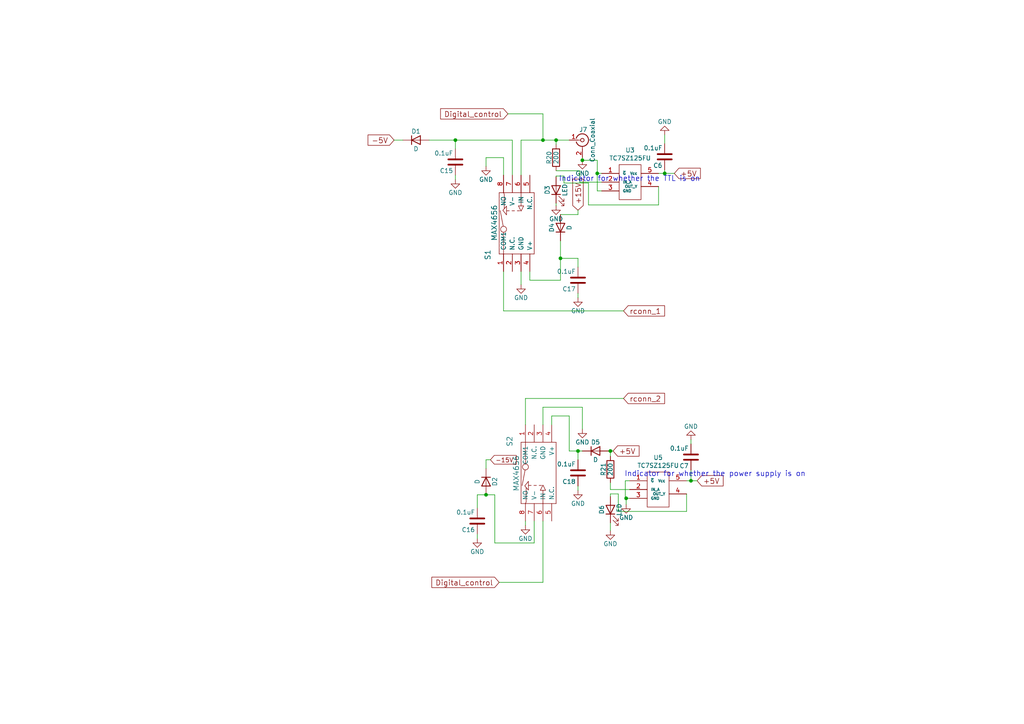
<source format=kicad_sch>
(kicad_sch (version 20230121) (generator eeschema)

  (uuid d551a45c-b35d-488c-b66f-ef87d6d2aed9)

  (paper "A4")

  (title_block
    (title "Control")
  )

  (lib_symbols
    (symbol "Device:C" (pin_numbers hide) (pin_names (offset 0.254)) (in_bom yes) (on_board yes)
      (property "Reference" "C" (at 0.635 2.54 0)
        (effects (font (size 1.27 1.27)) (justify left))
      )
      (property "Value" "C" (at 0.635 -2.54 0)
        (effects (font (size 1.27 1.27)) (justify left))
      )
      (property "Footprint" "" (at 0.9652 -3.81 0)
        (effects (font (size 1.27 1.27)) hide)
      )
      (property "Datasheet" "~" (at 0 0 0)
        (effects (font (size 1.27 1.27)) hide)
      )
      (property "ki_keywords" "cap capacitor" (at 0 0 0)
        (effects (font (size 1.27 1.27)) hide)
      )
      (property "ki_description" "Unpolarized capacitor" (at 0 0 0)
        (effects (font (size 1.27 1.27)) hide)
      )
      (property "ki_fp_filters" "C_*" (at 0 0 0)
        (effects (font (size 1.27 1.27)) hide)
      )
      (symbol "C_0_1"
        (polyline
          (pts
            (xy -2.032 -0.762)
            (xy 2.032 -0.762)
          )
          (stroke (width 0.508) (type default))
          (fill (type none))
        )
        (polyline
          (pts
            (xy -2.032 0.762)
            (xy 2.032 0.762)
          )
          (stroke (width 0.508) (type default))
          (fill (type none))
        )
      )
      (symbol "C_1_1"
        (pin passive line (at 0 3.81 270) (length 2.794)
          (name "~" (effects (font (size 1.27 1.27))))
          (number "1" (effects (font (size 1.27 1.27))))
        )
        (pin passive line (at 0 -3.81 90) (length 2.794)
          (name "~" (effects (font (size 1.27 1.27))))
          (number "2" (effects (font (size 1.27 1.27))))
        )
      )
    )
    (symbol "Device:D" (pin_numbers hide) (pin_names (offset 1.016) hide) (in_bom yes) (on_board yes)
      (property "Reference" "D" (at 0 2.54 0)
        (effects (font (size 1.27 1.27)))
      )
      (property "Value" "D" (at 0 -2.54 0)
        (effects (font (size 1.27 1.27)))
      )
      (property "Footprint" "" (at 0 0 0)
        (effects (font (size 1.27 1.27)) hide)
      )
      (property "Datasheet" "~" (at 0 0 0)
        (effects (font (size 1.27 1.27)) hide)
      )
      (property "Sim.Device" "D" (at 0 0 0)
        (effects (font (size 1.27 1.27)) hide)
      )
      (property "Sim.Pins" "1=K 2=A" (at 0 0 0)
        (effects (font (size 1.27 1.27)) hide)
      )
      (property "ki_keywords" "diode" (at 0 0 0)
        (effects (font (size 1.27 1.27)) hide)
      )
      (property "ki_description" "Diode" (at 0 0 0)
        (effects (font (size 1.27 1.27)) hide)
      )
      (property "ki_fp_filters" "TO-???* *_Diode_* *SingleDiode* D_*" (at 0 0 0)
        (effects (font (size 1.27 1.27)) hide)
      )
      (symbol "D_0_1"
        (polyline
          (pts
            (xy -1.27 1.27)
            (xy -1.27 -1.27)
          )
          (stroke (width 0.254) (type default))
          (fill (type none))
        )
        (polyline
          (pts
            (xy 1.27 0)
            (xy -1.27 0)
          )
          (stroke (width 0) (type default))
          (fill (type none))
        )
        (polyline
          (pts
            (xy 1.27 1.27)
            (xy 1.27 -1.27)
            (xy -1.27 0)
            (xy 1.27 1.27)
          )
          (stroke (width 0.254) (type default))
          (fill (type none))
        )
      )
      (symbol "D_1_1"
        (pin passive line (at -3.81 0 0) (length 2.54)
          (name "K" (effects (font (size 1.27 1.27))))
          (number "1" (effects (font (size 1.27 1.27))))
        )
        (pin passive line (at 3.81 0 180) (length 2.54)
          (name "A" (effects (font (size 1.27 1.27))))
          (number "2" (effects (font (size 1.27 1.27))))
        )
      )
    )
    (symbol "Device:LED" (pin_numbers hide) (pin_names (offset 1.016) hide) (in_bom yes) (on_board yes)
      (property "Reference" "D" (at 0 2.54 0)
        (effects (font (size 1.27 1.27)))
      )
      (property "Value" "LED" (at 0 -2.54 0)
        (effects (font (size 1.27 1.27)))
      )
      (property "Footprint" "" (at 0 0 0)
        (effects (font (size 1.27 1.27)) hide)
      )
      (property "Datasheet" "~" (at 0 0 0)
        (effects (font (size 1.27 1.27)) hide)
      )
      (property "ki_keywords" "LED diode" (at 0 0 0)
        (effects (font (size 1.27 1.27)) hide)
      )
      (property "ki_description" "Light emitting diode" (at 0 0 0)
        (effects (font (size 1.27 1.27)) hide)
      )
      (property "ki_fp_filters" "LED* LED_SMD:* LED_THT:*" (at 0 0 0)
        (effects (font (size 1.27 1.27)) hide)
      )
      (symbol "LED_0_1"
        (polyline
          (pts
            (xy -1.27 -1.27)
            (xy -1.27 1.27)
          )
          (stroke (width 0.254) (type default))
          (fill (type none))
        )
        (polyline
          (pts
            (xy -1.27 0)
            (xy 1.27 0)
          )
          (stroke (width 0) (type default))
          (fill (type none))
        )
        (polyline
          (pts
            (xy 1.27 -1.27)
            (xy 1.27 1.27)
            (xy -1.27 0)
            (xy 1.27 -1.27)
          )
          (stroke (width 0.254) (type default))
          (fill (type none))
        )
        (polyline
          (pts
            (xy -3.048 -0.762)
            (xy -4.572 -2.286)
            (xy -3.81 -2.286)
            (xy -4.572 -2.286)
            (xy -4.572 -1.524)
          )
          (stroke (width 0) (type default))
          (fill (type none))
        )
        (polyline
          (pts
            (xy -1.778 -0.762)
            (xy -3.302 -2.286)
            (xy -2.54 -2.286)
            (xy -3.302 -2.286)
            (xy -3.302 -1.524)
          )
          (stroke (width 0) (type default))
          (fill (type none))
        )
      )
      (symbol "LED_1_1"
        (pin passive line (at -3.81 0 0) (length 2.54)
          (name "K" (effects (font (size 1.27 1.27))))
          (number "1" (effects (font (size 1.27 1.27))))
        )
        (pin passive line (at 3.81 0 180) (length 2.54)
          (name "A" (effects (font (size 1.27 1.27))))
          (number "2" (effects (font (size 1.27 1.27))))
        )
      )
    )
    (symbol "Device:R" (pin_numbers hide) (pin_names (offset 0)) (in_bom yes) (on_board yes)
      (property "Reference" "R" (at 2.032 0 90)
        (effects (font (size 1.27 1.27)))
      )
      (property "Value" "R" (at 0 0 90)
        (effects (font (size 1.27 1.27)))
      )
      (property "Footprint" "" (at -1.778 0 90)
        (effects (font (size 1.27 1.27)) hide)
      )
      (property "Datasheet" "~" (at 0 0 0)
        (effects (font (size 1.27 1.27)) hide)
      )
      (property "ki_keywords" "R res resistor" (at 0 0 0)
        (effects (font (size 1.27 1.27)) hide)
      )
      (property "ki_description" "Resistor" (at 0 0 0)
        (effects (font (size 1.27 1.27)) hide)
      )
      (property "ki_fp_filters" "R_*" (at 0 0 0)
        (effects (font (size 1.27 1.27)) hide)
      )
      (symbol "R_0_1"
        (rectangle (start -1.016 -2.54) (end 1.016 2.54)
          (stroke (width 0.254) (type default))
          (fill (type none))
        )
      )
      (symbol "R_1_1"
        (pin passive line (at 0 3.81 270) (length 1.27)
          (name "~" (effects (font (size 1.27 1.27))))
          (number "1" (effects (font (size 1.27 1.27))))
        )
        (pin passive line (at 0 -3.81 90) (length 1.27)
          (name "~" (effects (font (size 1.27 1.27))))
          (number "2" (effects (font (size 1.27 1.27))))
        )
      )
    )
    (symbol "front-rescue:Conn_Coaxial-conn" (pin_names (offset 1.016) hide) (in_bom yes) (on_board yes)
      (property "Reference" "J" (at 0.254 3.048 0)
        (effects (font (size 1.27 1.27)))
      )
      (property "Value" "Conn_Coaxial-conn" (at 2.921 0 90)
        (effects (font (size 1.27 1.27)))
      )
      (property "Footprint" "" (at 0 0 0)
        (effects (font (size 1.27 1.27)) hide)
      )
      (property "Datasheet" "" (at 0 0 0)
        (effects (font (size 1.27 1.27)) hide)
      )
      (property "ki_fp_filters" "*BNC* *SMA* *SMB* *SMC* *Cinch*" (at 0 0 0)
        (effects (font (size 1.27 1.27)) hide)
      )
      (symbol "Conn_Coaxial-conn_0_1"
        (arc (start -1.778 -0.508) (mid 0.2311 -1.8066) (end 1.778 0)
          (stroke (width 0.254) (type solid))
          (fill (type none))
        )
        (polyline
          (pts
            (xy -1.27 0)
            (xy -0.508 0)
          )
          (stroke (width 0) (type solid))
          (fill (type none))
        )
        (polyline
          (pts
            (xy 0 -2.54)
            (xy 0 -1.778)
          )
          (stroke (width 0) (type solid))
          (fill (type none))
        )
        (circle (center 0 0) (radius 0.508)
          (stroke (width 0.2032) (type solid))
          (fill (type none))
        )
        (arc (start 1.778 0) (mid 0.2099 1.8101) (end -1.778 0.508)
          (stroke (width 0.254) (type solid))
          (fill (type none))
        )
      )
      (symbol "Conn_Coaxial-conn_1_1"
        (pin passive line (at -3.81 0 0) (length 2.54)
          (name "In" (effects (font (size 1.27 1.27))))
          (number "1" (effects (font (size 1.27 1.27))))
        )
        (pin passive line (at 0 -5.08 90) (length 2.54)
          (name "Ext" (effects (font (size 1.27 1.27))))
          (number "2" (effects (font (size 1.27 1.27))))
        )
      )
    )
    (symbol "front-rescue:MAX4656" (pin_names (offset 1.016)) (in_bom yes) (on_board yes)
      (property "Reference" "S" (at -9.144 8.382 0)
        (effects (font (size 1.524 1.524)))
      )
      (property "Value" "MAX4656" (at 0.127 6.477 0)
        (effects (font (size 1.524 1.524)))
      )
      (property "Footprint" "" (at -9.144 8.382 0)
        (effects (font (size 1.524 1.524)) hide)
      )
      (property "Datasheet" "" (at -9.144 8.382 0)
        (effects (font (size 1.524 1.524)) hide)
      )
      (symbol "MAX4656_0_1"
        (rectangle (start -8.89 5.08) (end -8.89 -5.08)
          (stroke (width 0) (type solid))
          (fill (type none))
        )
        (rectangle (start -8.89 5.08) (end 8.89 5.08)
          (stroke (width 0) (type solid))
          (fill (type none))
        )
        (circle (center -1.7272 3.81) (radius 0.8636)
          (stroke (width 0) (type solid))
          (fill (type none))
        )
        (polyline
          (pts
            (xy -8.89 3.81)
            (xy -2.54 3.81)
          )
          (stroke (width 0) (type solid))
          (fill (type none))
        )
        (polyline
          (pts
            (xy -2.54 3.81)
            (xy -2.54 3.81)
          )
          (stroke (width 0) (type solid))
          (fill (type none))
        )
        (polyline
          (pts
            (xy 3.6322 -0.1524)
            (xy 3.6322 -0.9144)
          )
          (stroke (width 0) (type solid))
          (fill (type none))
        )
        (polyline
          (pts
            (xy 3.6322 1.3716)
            (xy 3.6322 0.6096)
          )
          (stroke (width 0) (type solid))
          (fill (type none))
        )
        (polyline
          (pts
            (xy 3.6322 2.8956)
            (xy 3.6322 2.1336)
          )
          (stroke (width 0) (type solid))
          (fill (type none))
        )
        (polyline
          (pts
            (xy 5.0546 -1.27)
            (xy 8.8646 -1.27)
          )
          (stroke (width 0) (type solid))
          (fill (type none))
        )
        (polyline
          (pts
            (xy -0.8128 3.9116)
            (xy 3.6576 4.7752)
            (xy 3.556 4.7244)
          )
          (stroke (width 0) (type solid))
          (fill (type none))
        )
        (polyline
          (pts
            (xy 4.2672 3.6068)
            (xy 8.4328 3.6068)
            (xy 8.9154 3.81)
          )
          (stroke (width 0) (type solid))
          (fill (type none))
        )
        (polyline
          (pts
            (xy 3.7084 3.9624)
            (xy 2.4384 2.9464)
            (xy 4.9784 2.9464)
            (xy 3.7592 4.0132)
            (xy 3.7084 3.9624)
          )
          (stroke (width 0) (type solid))
          (fill (type none))
        )
        (polyline
          (pts
            (xy 5.0546 -0.508)
            (xy 3.5306 -1.27)
            (xy 5.0546 -2.032)
            (xy 5.0546 -0.508)
            (xy 5.0546 -0.762)
            (xy 5.0546 -0.508)
          )
          (stroke (width 0) (type solid))
          (fill (type none))
        )
        (rectangle (start 8.89 -5.08) (end -8.89 -5.08)
          (stroke (width 0) (type solid))
          (fill (type none))
        )
        (rectangle (start 8.89 -5.08) (end 8.89 5.08)
          (stroke (width 0) (type solid))
          (fill (type none))
        )
      )
      (symbol "MAX4656_1_1"
        (pin passive line (at -13.97 3.81 0) (length 5.08)
          (name "COM1" (effects (font (size 1.27 1.27))))
          (number "1" (effects (font (size 1.27 1.27))))
        )
        (pin passive line (at -13.97 1.27 0) (length 5.08)
          (name "N.C." (effects (font (size 1.27 1.27))))
          (number "2" (effects (font (size 1.27 1.27))))
        )
        (pin passive line (at -13.97 -1.27 0) (length 5.08)
          (name "GND" (effects (font (size 1.27 1.27))))
          (number "3" (effects (font (size 1.27 1.27))))
        )
        (pin passive line (at -13.97 -3.81 0) (length 5.08)
          (name "V+" (effects (font (size 1.27 1.27))))
          (number "4" (effects (font (size 1.27 1.27))))
        )
        (pin passive line (at 13.97 -3.81 180) (length 5.08)
          (name "N.C." (effects (font (size 1.27 1.27))))
          (number "5" (effects (font (size 1.27 1.27))))
        )
        (pin passive line (at 13.97 -1.27 180) (length 5.08)
          (name "IN" (effects (font (size 1.27 1.27))))
          (number "6" (effects (font (size 1.27 1.27))))
        )
        (pin passive line (at 13.97 1.27 180) (length 5.08)
          (name "V-" (effects (font (size 1.27 1.27))))
          (number "7" (effects (font (size 1.27 1.27))))
        )
        (pin passive line (at 13.97 3.81 180) (length 5.08)
          (name "NO" (effects (font (size 1.27 1.27))))
          (number "8" (effects (font (size 1.27 1.27))))
        )
      )
    )
    (symbol "front-rescue:TC7SZ125FU-TC7SZ125FU" (pin_names (offset 1.016)) (in_bom yes) (on_board yes)
      (property "Reference" "U" (at 0 6.35 0)
        (effects (font (size 1.27 1.27)))
      )
      (property "Value" "TC7SZ125FU-TC7SZ125FU" (at 1.27 8.89 0)
        (effects (font (size 1.27 1.27)))
      )
      (property "Footprint" "" (at 0 0 0)
        (effects (font (size 1.27 1.27)) hide)
      )
      (property "Datasheet" "" (at 0 0 0)
        (effects (font (size 1.27 1.27)) hide)
      )
      (symbol "TC7SZ125FU-TC7SZ125FU_0_1"
        (rectangle (start -2.54 5.08) (end 3.81 -5.08)
          (stroke (width 0) (type solid))
          (fill (type none))
        )
      )
      (symbol "TC7SZ125FU-TC7SZ125FU_1_1"
        (pin input line (at -7.62 2.54 0) (length 5.08)
          (name "~{G}" (effects (font (size 0.7874 0.7874))))
          (number "1" (effects (font (size 1.27 1.27))))
        )
        (pin input line (at -7.62 0 0) (length 5.08)
          (name "IN_A" (effects (font (size 0.7874 0.7874))))
          (number "2" (effects (font (size 1.27 1.27))))
        )
        (pin input line (at -7.62 -2.54 0) (length 5.08)
          (name "GND" (effects (font (size 0.7874 0.7874))))
          (number "3" (effects (font (size 1.27 1.27))))
        )
        (pin output line (at 8.89 -1.27 180) (length 5.08)
          (name "OUT_Y" (effects (font (size 0.7874 0.7874))))
          (number "4" (effects (font (size 1.27 1.27))))
        )
        (pin power_in line (at 8.89 2.54 180) (length 5.08)
          (name "Vcc" (effects (font (size 0.7874 0.7874))))
          (number "5" (effects (font (size 1.27 1.27))))
        )
      )
    )
    (symbol "power:GND" (power) (pin_names (offset 0)) (in_bom yes) (on_board yes)
      (property "Reference" "#PWR" (at 0 -6.35 0)
        (effects (font (size 1.27 1.27)) hide)
      )
      (property "Value" "GND" (at 0 -3.81 0)
        (effects (font (size 1.27 1.27)))
      )
      (property "Footprint" "" (at 0 0 0)
        (effects (font (size 1.27 1.27)) hide)
      )
      (property "Datasheet" "" (at 0 0 0)
        (effects (font (size 1.27 1.27)) hide)
      )
      (property "ki_keywords" "global power" (at 0 0 0)
        (effects (font (size 1.27 1.27)) hide)
      )
      (property "ki_description" "Power symbol creates a global label with name \"GND\" , ground" (at 0 0 0)
        (effects (font (size 1.27 1.27)) hide)
      )
      (symbol "GND_0_1"
        (polyline
          (pts
            (xy 0 0)
            (xy 0 -1.27)
            (xy 1.27 -1.27)
            (xy 0 -2.54)
            (xy -1.27 -1.27)
            (xy 0 -1.27)
          )
          (stroke (width 0) (type default))
          (fill (type none))
        )
      )
      (symbol "GND_1_1"
        (pin power_in line (at 0 0 270) (length 0) hide
          (name "GND" (effects (font (size 1.27 1.27))))
          (number "1" (effects (font (size 1.27 1.27))))
        )
      )
    )
  )

  (junction (at 181.61 144.526) (diameter 0) (color 0 0 0 0)
    (uuid 0791638b-fab6-49b4-b7dc-61710f79a3f3)
  )
  (junction (at 200.406 139.446) (diameter 0) (color 0 0 0 0)
    (uuid 275d9bf9-eb12-4b7a-8deb-b0c2accaafd9)
  )
  (junction (at 192.786 50.292) (diameter 0) (color 0 0 0 0)
    (uuid 4f5f1068-a198-4369-bdfb-67f02f7b82df)
  )
  (junction (at 162.56 74.93) (diameter 0) (color 0 0 0 0)
    (uuid 5178038a-056f-41ac-a7a3-ed00234d1963)
  )
  (junction (at 168.91 46.482) (diameter 0) (color 0 0 0 0)
    (uuid 675f625a-895c-4093-8626-5f72da20fef4)
  )
  (junction (at 157.48 40.64) (diameter 0) (color 0 0 0 0)
    (uuid 6f9fa88a-6432-4902-bf6d-37ff88930133)
  )
  (junction (at 140.97 143.51) (diameter 0) (color 0 0 0 0)
    (uuid 780c6fc2-221a-4722-9b1b-7ce86ce1ae87)
  )
  (junction (at 161.29 40.64) (diameter 0) (color 0 0 0 0)
    (uuid 7da200c1-6c6d-43c3-971f-40a108c7071f)
  )
  (junction (at 177.038 130.81) (diameter 0) (color 0 0 0 0)
    (uuid 88cfc8f5-4a02-4a73-a858-b9a406f9a0f7)
  )
  (junction (at 173.228 50.292) (diameter 0) (color 0 0 0 0)
    (uuid bc41b705-420b-4415-ba08-36ef97df0f9b)
  )
  (junction (at 167.64 130.81) (diameter 0) (color 0 0 0 0)
    (uuid bc99804e-32db-4799-b516-a1da3eb7f427)
  )
  (junction (at 132.08 40.64) (diameter 0) (color 0 0 0 0)
    (uuid eaeffcea-6495-4118-af78-47b9f16e0587)
  )

  (wire (pts (xy 132.08 43.18) (xy 132.08 40.64))
    (stroke (width 0) (type default))
    (uuid 029aada6-dffd-4695-bf04-5b0b8fe7ec7c)
  )
  (wire (pts (xy 167.64 130.81) (xy 167.64 133.35))
    (stroke (width 0) (type default))
    (uuid 04ec9683-00a2-4138-822d-19a123c27743)
  )
  (wire (pts (xy 191.008 59.436) (xy 170.688 59.436))
    (stroke (width 0) (type default))
    (uuid 0d2fdf92-5852-4f0a-99f6-09420bb043a9)
  )
  (wire (pts (xy 157.48 33.02) (xy 157.48 40.64))
    (stroke (width 0) (type default))
    (uuid 12ee767d-f5cf-42d4-8428-2bd990139c2a)
  )
  (wire (pts (xy 157.48 123.19) (xy 157.48 118.11))
    (stroke (width 0) (type default))
    (uuid 1537412e-0490-49bd-a2fb-262d3129f453)
  )
  (wire (pts (xy 161.29 41.91) (xy 161.29 40.64))
    (stroke (width 0) (type default))
    (uuid 18818d2e-87cb-46dc-8fd1-00c3f1e09487)
  )
  (wire (pts (xy 199.136 143.256) (xy 199.136 148.336))
    (stroke (width 0) (type default))
    (uuid 198929e7-d79c-437e-b134-64e87cb463d0)
  )
  (wire (pts (xy 173.228 50.292) (xy 174.498 50.292))
    (stroke (width 0) (type default))
    (uuid 1abf0ca3-6228-454a-805b-9b6faf55ba33)
  )
  (wire (pts (xy 161.29 49.53) (xy 168.148 49.53))
    (stroke (width 0) (type default))
    (uuid 1b17692d-f900-4179-9416-0d38b78d6df6)
  )
  (wire (pts (xy 161.29 40.64) (xy 165.1 40.64))
    (stroke (width 0) (type default))
    (uuid 1ea15aee-3b05-48e4-8e67-dfcb40b8b43b)
  )
  (wire (pts (xy 160.02 123.19) (xy 160.02 120.65))
    (stroke (width 0) (type default))
    (uuid 21f30508-fa42-4ac8-b288-a1631a89fff7)
  )
  (wire (pts (xy 160.02 120.65) (xy 165.1 120.65))
    (stroke (width 0) (type default))
    (uuid 22928428-1509-4f5d-8a8b-82941cae2fa8)
  )
  (wire (pts (xy 148.59 40.64) (xy 148.59 50.8))
    (stroke (width 0) (type default))
    (uuid 260d6d4d-43e0-4388-be5f-8183dbdf7dd9)
  )
  (wire (pts (xy 191.008 50.292) (xy 192.786 50.292))
    (stroke (width 0) (type default))
    (uuid 2a0cc47b-be57-46c5-83ce-50152edd93f5)
  )
  (wire (pts (xy 182.626 144.526) (xy 181.61 144.526))
    (stroke (width 0) (type default))
    (uuid 2f81dc6d-830a-4969-8965-40c0a984a345)
  )
  (wire (pts (xy 170.688 59.436) (xy 170.688 53.086))
    (stroke (width 0) (type default))
    (uuid 30d9e889-ecb3-48cc-a9c4-1d3120d58dbc)
  )
  (wire (pts (xy 132.08 50.8) (xy 132.08 52.07))
    (stroke (width 0) (type default))
    (uuid 31c95fed-9d02-4530-9cd9-4c377f077305)
  )
  (wire (pts (xy 170.688 53.086) (xy 163.576 53.086))
    (stroke (width 0) (type default))
    (uuid 31cf4395-73be-4d0b-8554-f799e31dc72d)
  )
  (wire (pts (xy 199.136 148.336) (xy 179.324 148.336))
    (stroke (width 0) (type default))
    (uuid 36d41eb1-992e-448b-89fc-b05f0bd339b1)
  )
  (wire (pts (xy 200.406 128.778) (xy 200.406 127.508))
    (stroke (width 0) (type default))
    (uuid 3be604d1-6827-41f3-a5c6-45581c08ec1f)
  )
  (wire (pts (xy 151.13 78.74) (xy 151.13 82.55))
    (stroke (width 0) (type default))
    (uuid 3c995d49-d147-4a98-9fe3-0ee3768124a3)
  )
  (wire (pts (xy 152.4 115.57) (xy 180.848 115.57))
    (stroke (width 0) (type default))
    (uuid 3d76fef7-a505-4abb-9701-667cbe72f661)
  )
  (wire (pts (xy 192.786 41.656) (xy 192.786 39.116))
    (stroke (width 0) (type default))
    (uuid 42510cd9-bed5-44d7-83d7-c39402574608)
  )
  (wire (pts (xy 181.61 146.304) (xy 181.61 144.526))
    (stroke (width 0) (type default))
    (uuid 45d0096b-6f02-4ee0-893f-e0cf49a73b2d)
  )
  (wire (pts (xy 174.498 55.372) (xy 173.228 55.372))
    (stroke (width 0) (type default))
    (uuid 487cd1fe-01a8-44b4-aaa1-157ae639ae51)
  )
  (wire (pts (xy 179.324 143.256) (xy 177.038 143.256))
    (stroke (width 0) (type default))
    (uuid 4c24c095-9881-4ef5-8a46-60958ae9b8e5)
  )
  (wire (pts (xy 168.148 49.53) (xy 168.148 52.832))
    (stroke (width 0) (type default))
    (uuid 4d2c8470-cdf0-42f9-becb-5f2e93b89727)
  )
  (wire (pts (xy 163.576 53.086) (xy 163.576 51.054))
    (stroke (width 0) (type default))
    (uuid 4d93fb90-db18-4283-b66c-7796b3c860a5)
  )
  (wire (pts (xy 162.56 74.93) (xy 162.56 69.85))
    (stroke (width 0) (type default))
    (uuid 4e38dbd0-4011-4b4c-b80b-859d28d7772e)
  )
  (wire (pts (xy 200.406 139.446) (xy 202.184 139.446))
    (stroke (width 0) (type default))
    (uuid 51089c09-edf2-4b5b-8a78-e09b232dacdb)
  )
  (wire (pts (xy 116.84 40.64) (xy 114.3 40.64))
    (stroke (width 0) (type default))
    (uuid 537ca60c-2ec6-48fe-bbb6-b585f9d9c898)
  )
  (wire (pts (xy 165.1 120.65) (xy 165.1 130.81))
    (stroke (width 0) (type default))
    (uuid 54d474b0-c4cb-4337-89ad-6bf8ea8aca93)
  )
  (wire (pts (xy 152.4 123.19) (xy 152.4 115.57))
    (stroke (width 0) (type default))
    (uuid 550937b6-7c41-4838-b249-d6d5f7846682)
  )
  (wire (pts (xy 147.32 33.02) (xy 157.48 33.02))
    (stroke (width 0) (type default))
    (uuid 5b4a1de6-8d71-4fae-ae12-9fe3b5221baa)
  )
  (wire (pts (xy 153.67 81.28) (xy 162.56 81.28))
    (stroke (width 0) (type default))
    (uuid 5b8cd333-bb47-48ff-a1bd-3a67361796d2)
  )
  (wire (pts (xy 140.97 45.72) (xy 140.97 48.26))
    (stroke (width 0) (type default))
    (uuid 5d860395-15d8-4781-ba52-850185f74a50)
  )
  (wire (pts (xy 177.038 143.256) (xy 177.038 144.018))
    (stroke (width 0) (type default))
    (uuid 5fe8acc0-fc43-4135-8b05-8ee6191885ca)
  )
  (wire (pts (xy 140.97 143.51) (xy 138.43 143.51))
    (stroke (width 0) (type default))
    (uuid 66bab6af-7127-4f8e-975e-97965f7e0ef6)
  )
  (wire (pts (xy 161.29 58.928) (xy 161.29 59.69))
    (stroke (width 0) (type default))
    (uuid 67c25014-7eb7-434e-a18a-2157e1607e97)
  )
  (wire (pts (xy 154.94 151.13) (xy 154.94 157.48))
    (stroke (width 0) (type default))
    (uuid 69915767-1e85-4562-a247-e3b6d84ec226)
  )
  (wire (pts (xy 157.48 40.64) (xy 161.29 40.64))
    (stroke (width 0) (type default))
    (uuid 6a0b8ec9-cab3-4e62-a8c5-89cbccde2c72)
  )
  (wire (pts (xy 192.786 50.292) (xy 192.786 49.276))
    (stroke (width 0) (type default))
    (uuid 6a1d08f3-912c-42d8-ac09-73453c810906)
  )
  (wire (pts (xy 167.64 140.97) (xy 167.64 142.24))
    (stroke (width 0) (type default))
    (uuid 6b072a54-b083-45aa-9446-53c7c8093770)
  )
  (wire (pts (xy 181.61 144.526) (xy 181.356 144.526))
    (stroke (width 0) (type default))
    (uuid 7622aa9c-25e7-4b18-8e52-3686e085d801)
  )
  (wire (pts (xy 162.56 74.93) (xy 167.64 74.93))
    (stroke (width 0) (type default))
    (uuid 78280796-cff0-48ee-8527-c80d530cffdc)
  )
  (wire (pts (xy 154.94 157.48) (xy 143.51 157.48))
    (stroke (width 0) (type default))
    (uuid 78433e7b-b150-42ee-872d-594c94267f7a)
  )
  (wire (pts (xy 192.786 50.292) (xy 195.58 50.292))
    (stroke (width 0) (type default))
    (uuid 79caf2f5-bf4f-4d2d-b811-3b89afe968de)
  )
  (wire (pts (xy 138.43 143.51) (xy 138.43 147.32))
    (stroke (width 0) (type default))
    (uuid 7b1f7165-49a0-440b-aa4c-da0eb748018c)
  )
  (wire (pts (xy 173.228 46.482) (xy 168.91 46.482))
    (stroke (width 0) (type default))
    (uuid 7da7ec66-04fe-4b1f-b198-1eb7ee798f33)
  )
  (wire (pts (xy 177.8 130.81) (xy 177.038 130.81))
    (stroke (width 0) (type default))
    (uuid 86a3dbe3-3a9e-4c2f-9f06-0b0cb10b495f)
  )
  (wire (pts (xy 168.91 46.482) (xy 168.91 45.72))
    (stroke (width 0) (type default))
    (uuid 88ef99f2-7d8b-4818-afa9-4a2b68a40b6b)
  )
  (wire (pts (xy 200.406 136.398) (xy 200.406 139.446))
    (stroke (width 0) (type default))
    (uuid 8bb1bb9c-0f86-4a38-ae6b-1c37b94a3559)
  )
  (wire (pts (xy 163.576 51.054) (xy 161.29 51.054))
    (stroke (width 0) (type default))
    (uuid 8c23044d-2dc5-48aa-918c-7327a67acd88)
  )
  (wire (pts (xy 173.228 55.372) (xy 173.228 50.292))
    (stroke (width 0) (type default))
    (uuid 8cb891b9-4f24-460f-995f-f525a59841c1)
  )
  (wire (pts (xy 143.51 143.51) (xy 140.97 143.51))
    (stroke (width 0) (type default))
    (uuid 8d11b66a-2fbe-4bd9-95dc-5e087ce696cb)
  )
  (wire (pts (xy 191.008 54.102) (xy 191.008 59.436))
    (stroke (width 0) (type default))
    (uuid 8e37f001-0a98-4fac-b85d-5aa437a3739d)
  )
  (wire (pts (xy 177.038 153.924) (xy 177.038 151.638))
    (stroke (width 0) (type default))
    (uuid 911b661e-049a-4600-8c4f-7fb22fabd26f)
  )
  (wire (pts (xy 165.1 130.81) (xy 167.64 130.81))
    (stroke (width 0) (type default))
    (uuid 915f2013-1417-4cc7-ae78-3f97a6f87ce9)
  )
  (wire (pts (xy 167.64 74.93) (xy 167.64 77.47))
    (stroke (width 0) (type default))
    (uuid 919b57b6-9ffa-4487-9f65-50c889647eb0)
  )
  (wire (pts (xy 168.91 118.11) (xy 168.91 124.46))
    (stroke (width 0) (type default))
    (uuid 91c62890-cef0-45c0-b5a0-21139a14741f)
  )
  (wire (pts (xy 152.4 151.13) (xy 152.4 152.4))
    (stroke (width 0) (type default))
    (uuid 94c803a0-5489-4550-b942-95e41a06a318)
  )
  (wire (pts (xy 132.08 40.64) (xy 148.59 40.64))
    (stroke (width 0) (type default))
    (uuid 9f106b88-a536-431e-ab50-9d1432b20cb5)
  )
  (wire (pts (xy 157.48 168.91) (xy 157.48 151.13))
    (stroke (width 0) (type default))
    (uuid 9f70e36c-1c0f-4e79-8a3b-a94192e74c29)
  )
  (wire (pts (xy 146.05 90.17) (xy 180.848 90.17))
    (stroke (width 0) (type default))
    (uuid a1cdec32-3b9a-4607-bc72-7499eb62e335)
  )
  (wire (pts (xy 177.038 132.334) (xy 177.038 130.81))
    (stroke (width 0) (type default))
    (uuid a67f89c1-7f87-4a2a-8a12-dc6cbb7b9295)
  )
  (wire (pts (xy 167.64 62.23) (xy 167.64 60.96))
    (stroke (width 0) (type default))
    (uuid a6e2f882-0cb9-4c5b-bbf5-3e9995bfb818)
  )
  (wire (pts (xy 173.228 50.292) (xy 173.228 46.482))
    (stroke (width 0) (type default))
    (uuid ab24f3e2-7948-475f-8b1f-d43eb8fe5843)
  )
  (wire (pts (xy 153.67 78.74) (xy 153.67 81.28))
    (stroke (width 0) (type default))
    (uuid ae0dd848-761d-489d-80fc-4065cc35756f)
  )
  (wire (pts (xy 146.05 50.8) (xy 146.05 45.72))
    (stroke (width 0) (type default))
    (uuid b211c84e-91cf-459b-8dd9-3f3ce69165dd)
  )
  (wire (pts (xy 151.13 40.64) (xy 157.48 40.64))
    (stroke (width 0) (type default))
    (uuid b43a4654-c730-4f6d-9b08-22b0851273d2)
  )
  (wire (pts (xy 146.05 78.74) (xy 146.05 90.17))
    (stroke (width 0) (type default))
    (uuid b726f8e0-0d4a-48fb-b5e6-0a79ff0aac2f)
  )
  (wire (pts (xy 177.038 130.81) (xy 176.53 130.81))
    (stroke (width 0) (type default))
    (uuid bdd917bf-b335-47ac-95ab-6142fb40d079)
  )
  (wire (pts (xy 162.56 62.23) (xy 167.64 62.23))
    (stroke (width 0) (type default))
    (uuid be6a65be-e0ff-4dcc-86a1-3ff7f5f68881)
  )
  (wire (pts (xy 177.038 141.986) (xy 182.626 141.986))
    (stroke (width 0) (type default))
    (uuid bf5ed1da-fc63-4043-8229-1ed6f238a40b)
  )
  (wire (pts (xy 144.78 168.91) (xy 157.48 168.91))
    (stroke (width 0) (type default))
    (uuid c24eb1c9-da32-436c-9a28-6b0fc1dba973)
  )
  (wire (pts (xy 140.97 133.35) (xy 140.97 135.89))
    (stroke (width 0) (type default))
    (uuid c3106af3-dff2-4877-984a-8f8928d97b09)
  )
  (wire (pts (xy 138.43 154.94) (xy 138.43 156.21))
    (stroke (width 0) (type default))
    (uuid c4875e1e-ebae-4c17-b77b-4605cc24b49c)
  )
  (wire (pts (xy 168.148 52.832) (xy 174.498 52.832))
    (stroke (width 0) (type default))
    (uuid c4949245-2115-48af-964f-c1ea7d56fc14)
  )
  (wire (pts (xy 199.136 139.446) (xy 200.406 139.446))
    (stroke (width 0) (type default))
    (uuid c8f122b2-1192-4c92-92e6-9ebf5df7baf9)
  )
  (wire (pts (xy 181.356 139.446) (xy 182.626 139.446))
    (stroke (width 0) (type default))
    (uuid cc5d51f5-b38b-4010-b20a-284783856dd5)
  )
  (wire (pts (xy 151.13 40.64) (xy 151.13 50.8))
    (stroke (width 0) (type default))
    (uuid cf083b23-6fba-4f47-9e9a-d55e08b188f1)
  )
  (wire (pts (xy 157.48 118.11) (xy 168.91 118.11))
    (stroke (width 0) (type default))
    (uuid d24a75ca-5e17-4621-8c39-f330504e04aa)
  )
  (wire (pts (xy 143.51 157.48) (xy 143.51 143.51))
    (stroke (width 0) (type default))
    (uuid d5159611-32d9-47c2-aa3f-f2e1053531b2)
  )
  (wire (pts (xy 167.64 130.81) (xy 168.91 130.81))
    (stroke (width 0) (type default))
    (uuid d9537eaf-8e5a-4e84-a350-31d0ae6028e4)
  )
  (wire (pts (xy 177.038 139.954) (xy 177.038 141.986))
    (stroke (width 0) (type default))
    (uuid dd17dc50-f8ac-46fb-a392-ba70e342c4ac)
  )
  (wire (pts (xy 181.356 144.526) (xy 181.356 139.446))
    (stroke (width 0) (type default))
    (uuid dd5e0ae5-c8e0-44ad-bf85-e21b3a0a72a3)
  )
  (wire (pts (xy 124.46 40.64) (xy 132.08 40.64))
    (stroke (width 0) (type default))
    (uuid de3ca83b-3dd9-4b2e-b16d-2a558f5ab5d9)
  )
  (wire (pts (xy 161.29 51.054) (xy 161.29 51.308))
    (stroke (width 0) (type default))
    (uuid e34dbae9-d0f7-4e4a-bcda-1e2cabf59eec)
  )
  (wire (pts (xy 146.05 45.72) (xy 140.97 45.72))
    (stroke (width 0) (type default))
    (uuid e72886b0-7034-49bf-8ee9-adb0f318241b)
  )
  (wire (pts (xy 162.56 81.28) (xy 162.56 74.93))
    (stroke (width 0) (type default))
    (uuid ed0d7d1e-ab77-48cd-b95b-b23bee553f0f)
  )
  (wire (pts (xy 142.24 133.35) (xy 140.97 133.35))
    (stroke (width 0) (type default))
    (uuid f1e35576-08a3-4f7b-a8ac-5e2ea43ad4c9)
  )
  (wire (pts (xy 179.324 148.336) (xy 179.324 143.256))
    (stroke (width 0) (type default))
    (uuid fa0deb67-9b73-4cdb-9e1f-f84a6bc94504)
  )
  (wire (pts (xy 167.64 85.09) (xy 167.64 86.36))
    (stroke (width 0) (type default))
    (uuid fa93b06b-4d54-46e1-a371-86513571a53f)
  )

  (text "Indicator for whether the TTL is on" (at 162.052 52.832 0)
    (effects (font (size 1.524 1.524)) (justify left bottom))
    (uuid 48b93f54-a4c1-4585-9fa3-b367252c6d68)
  )
  (text "Indicator for whether the power supply is on" (at 181.102 138.43 0)
    (effects (font (size 1.524 1.524)) (justify left bottom))
    (uuid d9235d6c-4605-45de-bde1-9a57df75b8c2)
  )

  (global_label "rconn_1" (shape input) (at 180.848 90.17 0)
    (effects (font (size 1.524 1.524)) (justify left))
    (uuid 09309609-1bbb-4531-bcf7-ea7deaa3d515)
    (property "Intersheetrefs" "${INTERSHEET_REFS}" (at 180.848 90.17 0)
      (effects (font (size 1.27 1.27)) hide)
    )
  )
  (global_label "Digital_control" (shape input) (at 144.78 168.91 180)
    (effects (font (size 1.524 1.524)) (justify right))
    (uuid 14490640-dc67-4c31-a49d-e4e6bd1b2595)
    (property "Intersheetrefs" "${INTERSHEET_REFS}" (at 144.78 168.91 0)
      (effects (font (size 1.27 1.27)) hide)
    )
  )
  (global_label "+5V" (shape input) (at 202.184 139.446 0)
    (effects (font (size 1.524 1.524)) (justify left))
    (uuid 35a5ae53-9627-4f9f-b56b-c4eee0effa0f)
    (property "Intersheetrefs" "${INTERSHEET_REFS}" (at 202.184 139.446 0)
      (effects (font (size 1.27 1.27)) hide)
    )
  )
  (global_label "-15V" (shape input) (at 142.24 133.35 0)
    (effects (font (size 1.27 1.27)) (justify left))
    (uuid 4d9bda66-e3e0-4532-adb2-fc21e9099751)
    (property "Intersheetrefs" "${INTERSHEET_REFS}" (at 142.24 133.35 0)
      (effects (font (size 1.27 1.27)) hide)
    )
  )
  (global_label "+5V" (shape input) (at 195.58 50.292 0)
    (effects (font (size 1.524 1.524)) (justify left))
    (uuid 6af1ab8a-4ba5-4be6-945a-a5b449576346)
    (property "Intersheetrefs" "${INTERSHEET_REFS}" (at 195.58 50.292 0)
      (effects (font (size 1.27 1.27)) hide)
    )
  )
  (global_label "+5V" (shape input) (at 177.8 130.81 0)
    (effects (font (size 1.524 1.524)) (justify left))
    (uuid a1c46fb5-5725-4f17-8e2b-b6e855ab9595)
    (property "Intersheetrefs" "${INTERSHEET_REFS}" (at 177.8 130.81 0)
      (effects (font (size 1.27 1.27)) hide)
    )
  )
  (global_label "-5V" (shape input) (at 114.3 40.64 180)
    (effects (font (size 1.524 1.524)) (justify right))
    (uuid aa9b7fa3-1cef-4039-a1e6-c89d266239ec)
    (property "Intersheetrefs" "${INTERSHEET_REFS}" (at 114.3 40.64 0)
      (effects (font (size 1.27 1.27)) hide)
    )
  )
  (global_label "Digital_control" (shape input) (at 147.32 33.02 180)
    (effects (font (size 1.524 1.524)) (justify right))
    (uuid b5abf100-5a51-466b-9fa6-235060df6758)
    (property "Intersheetrefs" "${INTERSHEET_REFS}" (at 147.32 33.02 0)
      (effects (font (size 1.27 1.27)) hide)
    )
  )
  (global_label "+15V" (shape input) (at 167.64 60.96 90)
    (effects (font (size 1.524 1.524)) (justify left))
    (uuid bc3e4398-520f-4e8f-a9f5-2df37ebf6af8)
    (property "Intersheetrefs" "${INTERSHEET_REFS}" (at 167.64 60.96 0)
      (effects (font (size 1.27 1.27)) hide)
    )
  )
  (global_label "rconn_2" (shape input) (at 180.848 115.57 0)
    (effects (font (size 1.524 1.524)) (justify left))
    (uuid d17ea79f-0a0a-48b0-8ac3-a24ecba979bf)
    (property "Intersheetrefs" "${INTERSHEET_REFS}" (at 180.848 115.57 0)
      (effects (font (size 1.27 1.27)) hide)
    )
  )

  (symbol (lib_id "power:GND") (at 167.64 86.36 0) (unit 1)
    (in_bom yes) (on_board yes) (dnp no)
    (uuid 00000000-0000-0000-0000-00005c76db23)
    (property "Reference" "#PWR08" (at 167.64 92.71 0)
      (effects (font (size 1.27 1.27)) hide)
    )
    (property "Value" "GND" (at 167.64 90.17 0)
      (effects (font (size 1.27 1.27)))
    )
    (property "Footprint" "" (at 167.64 86.36 0)
      (effects (font (size 1.27 1.27)) hide)
    )
    (property "Datasheet" "" (at 167.64 86.36 0)
      (effects (font (size 1.27 1.27)) hide)
    )
    (pin "1" (uuid 88751a6c-49bd-416d-b7c9-d18a9fd8c2a5))
  )

  (symbol (lib_id "Device:C") (at 167.64 81.28 180) (unit 1)
    (in_bom yes) (on_board yes) (dnp no)
    (uuid 00000000-0000-0000-0000-00005c76db49)
    (property "Reference" "C17" (at 167.005 83.82 0)
      (effects (font (size 1.27 1.27)) (justify left))
    )
    (property "Value" "0.1uF" (at 167.005 78.74 0)
      (effects (font (size 1.27 1.27)) (justify left))
    )
    (property "Footprint" "Capacitors_SMD:C_0603" (at 166.6748 77.47 0)
      (effects (font (size 1.27 1.27)) hide)
    )
    (property "Datasheet" "" (at 167.64 81.28 0)
      (effects (font (size 1.27 1.27)) hide)
    )
    (property "MPN" "C0603C104J5RACAUTO" (at 167.64 81.28 0)
      (effects (font (size 1.524 1.524)) hide)
    )
    (property "DIGIKEY PARTNO" "399-6853-1-ND" (at 167.64 81.28 0)
      (effects (font (size 1.524 1.524)) hide)
    )
    (pin "1" (uuid a700243c-8915-4c8b-baa2-3096fea75691))
    (pin "2" (uuid 7a5cec48-6e69-4951-8f0a-998a7d3359b4))
    (instances
      (project "front"
        (path "/33b53642-4c9d-4a1f-8a42-263f0bd0de00/00000000-0000-0000-0000-00005c76bf00"
          (reference "C17") (unit 1)
        )
      )
    )
  )

  (symbol (lib_id "front-rescue:Conn_Coaxial-conn") (at 168.91 40.64 0) (unit 1)
    (in_bom yes) (on_board yes) (dnp no)
    (uuid 00000000-0000-0000-0000-00005c76db4a)
    (property "Reference" "J7" (at 169.164 37.592 0)
      (effects (font (size 1.27 1.27)))
    )
    (property "Value" "Conn_Coaxial" (at 171.831 40.64 90)
      (effects (font (size 1.27 1.27)))
    )
    (property "Footprint" "zmyfootprint:BNC-Vertical" (at 168.91 40.64 0)
      (effects (font (size 1.27 1.27)) hide)
    )
    (property "Datasheet" "" (at 168.91 40.64 0)
      (effects (font (size 1.27 1.27)) hide)
    )
    (property "MPN" "5227222-3" (at 168.91 40.64 0)
      (effects (font (size 1.524 1.524)) hide)
    )
    (property "DIGIKEY" "A32262-ND" (at 168.91 40.64 0)
      (effects (font (size 1.524 1.524)) hide)
    )
    (pin "1" (uuid 594b775f-44c5-41a5-93cf-93f522c96936))
    (pin "2" (uuid 29f38c79-8be8-4991-b131-18521d2652fd))
    (instances
      (project "front"
        (path "/33b53642-4c9d-4a1f-8a42-263f0bd0de00/00000000-0000-0000-0000-00005c76bf00"
          (reference "J7") (unit 1)
        )
        (path "/33b53642-4c9d-4a1f-8a42-263f0bd0de00"
          (reference "J7") (unit 1)
        )
      )
    )
  )

  (symbol (lib_id "power:GND") (at 168.91 46.482 0) (unit 1)
    (in_bom yes) (on_board yes) (dnp no)
    (uuid 00000000-0000-0000-0000-00005c76db4b)
    (property "Reference" "#PWR015" (at 168.91 52.832 0)
      (effects (font (size 1.27 1.27)) hide)
    )
    (property "Value" "GND" (at 168.91 50.292 0)
      (effects (font (size 1.27 1.27)))
    )
    (property "Footprint" "" (at 168.91 46.482 0)
      (effects (font (size 1.27 1.27)) hide)
    )
    (property "Datasheet" "" (at 168.91 46.482 0)
      (effects (font (size 1.27 1.27)) hide)
    )
    (pin "1" (uuid 79d8f848-243b-4de1-838c-4e278ab8fdbb))
  )

  (symbol (lib_id "Device:C") (at 138.43 151.13 180) (unit 1)
    (in_bom yes) (on_board yes) (dnp no)
    (uuid 00000000-0000-0000-0000-00005c76db4c)
    (property "Reference" "C16" (at 137.795 153.67 0)
      (effects (font (size 1.27 1.27)) (justify left))
    )
    (property "Value" "0.1uF" (at 137.795 148.59 0)
      (effects (font (size 1.27 1.27)) (justify left))
    )
    (property "Footprint" "Capacitors_SMD:C_0603" (at 137.4648 147.32 0)
      (effects (font (size 1.27 1.27)) hide)
    )
    (property "Datasheet" "" (at 138.43 151.13 0)
      (effects (font (size 1.27 1.27)) hide)
    )
    (property "MPN" "C0603C104J5RACAUTO" (at 138.43 151.13 0)
      (effects (font (size 1.524 1.524)) hide)
    )
    (property "DIGIKEY PARTNO" "399-6853-1-ND" (at 138.43 151.13 0)
      (effects (font (size 1.524 1.524)) hide)
    )
    (pin "1" (uuid 424045b5-45ba-49e6-a292-326f846c0fea))
    (pin "2" (uuid d08322ac-3413-4bb9-a7d5-4c915dec2f98))
    (instances
      (project "front"
        (path "/33b53642-4c9d-4a1f-8a42-263f0bd0de00/00000000-0000-0000-0000-00005c76bf00"
          (reference "C16") (unit 1)
        )
      )
    )
  )

  (symbol (lib_id "Device:C") (at 167.64 137.16 180) (unit 1)
    (in_bom yes) (on_board yes) (dnp no)
    (uuid 00000000-0000-0000-0000-00005c76db4d)
    (property "Reference" "C18" (at 167.005 139.7 0)
      (effects (font (size 1.27 1.27)) (justify left))
    )
    (property "Value" "0.1uF" (at 167.005 134.62 0)
      (effects (font (size 1.27 1.27)) (justify left))
    )
    (property "Footprint" "Capacitors_SMD:C_0603" (at 166.6748 133.35 0)
      (effects (font (size 1.27 1.27)) hide)
    )
    (property "Datasheet" "" (at 167.64 137.16 0)
      (effects (font (size 1.27 1.27)) hide)
    )
    (property "MPN" "C0603C104J5RACAUTO" (at 167.64 137.16 0)
      (effects (font (size 1.524 1.524)) hide)
    )
    (property "DIGIKEY PARTNO" "399-6853-1-ND" (at 167.64 137.16 0)
      (effects (font (size 1.524 1.524)) hide)
    )
    (pin "1" (uuid aa67add1-301e-4ef7-b797-351419f1972e))
    (pin "2" (uuid 20730a79-3240-4871-94a3-3bb71f6b3bc8))
    (instances
      (project "front"
        (path "/33b53642-4c9d-4a1f-8a42-263f0bd0de00/00000000-0000-0000-0000-00005c76bf00"
          (reference "C18") (unit 1)
        )
      )
    )
  )

  (symbol (lib_id "Device:C") (at 132.08 46.99 180) (unit 1)
    (in_bom yes) (on_board yes) (dnp no)
    (uuid 00000000-0000-0000-0000-00005c76db4e)
    (property "Reference" "C15" (at 131.445 49.53 0)
      (effects (font (size 1.27 1.27)) (justify left))
    )
    (property "Value" "0.1uF" (at 131.445 44.45 0)
      (effects (font (size 1.27 1.27)) (justify left))
    )
    (property "Footprint" "Capacitors_SMD:C_0603" (at 131.1148 43.18 0)
      (effects (font (size 1.27 1.27)) hide)
    )
    (property "Datasheet" "" (at 132.08 46.99 0)
      (effects (font (size 1.27 1.27)) hide)
    )
    (property "MPN" "C0603C104J5RACAUTO" (at 132.08 46.99 0)
      (effects (font (size 1.524 1.524)) hide)
    )
    (property "DIGIKEY PARTNO" "399-6853-1-ND" (at 132.08 46.99 0)
      (effects (font (size 1.524 1.524)) hide)
    )
    (pin "1" (uuid 75957ff4-1763-48ce-8dd4-b872d3b8cb68))
    (pin "2" (uuid a633e070-ad66-4e56-9294-369b8523326c))
    (instances
      (project "front"
        (path "/33b53642-4c9d-4a1f-8a42-263f0bd0de00/00000000-0000-0000-0000-00005c76bf00"
          (reference "C15") (unit 1)
        )
      )
    )
  )

  (symbol (lib_id "power:GND") (at 151.13 82.55 0) (unit 1)
    (in_bom yes) (on_board yes) (dnp no)
    (uuid 00000000-0000-0000-0000-00005c76db4f)
    (property "Reference" "#PWR016" (at 151.13 88.9 0)
      (effects (font (size 1.27 1.27)) hide)
    )
    (property "Value" "GND" (at 151.13 86.36 0)
      (effects (font (size 1.27 1.27)))
    )
    (property "Footprint" "" (at 151.13 82.55 0)
      (effects (font (size 1.27 1.27)) hide)
    )
    (property "Datasheet" "" (at 151.13 82.55 0)
      (effects (font (size 1.27 1.27)) hide)
    )
    (pin "1" (uuid be4e61f6-af48-4503-aafe-2afb83e5875d))
  )

  (symbol (lib_id "power:GND") (at 140.97 48.26 0) (unit 1)
    (in_bom yes) (on_board yes) (dnp no)
    (uuid 00000000-0000-0000-0000-00005c76db50)
    (property "Reference" "#PWR017" (at 140.97 54.61 0)
      (effects (font (size 1.27 1.27)) hide)
    )
    (property "Value" "GND" (at 140.97 52.07 0)
      (effects (font (size 1.27 1.27)))
    )
    (property "Footprint" "" (at 140.97 48.26 0)
      (effects (font (size 1.27 1.27)) hide)
    )
    (property "Datasheet" "" (at 140.97 48.26 0)
      (effects (font (size 1.27 1.27)) hide)
    )
    (pin "1" (uuid 90f889a4-a5d3-4196-a623-29e38abbc912))
  )

  (symbol (lib_id "power:GND") (at 168.91 124.46 0) (unit 1)
    (in_bom yes) (on_board yes) (dnp no)
    (uuid 00000000-0000-0000-0000-00005c76db51)
    (property "Reference" "#PWR018" (at 168.91 130.81 0)
      (effects (font (size 1.27 1.27)) hide)
    )
    (property "Value" "GND" (at 168.91 128.27 0)
      (effects (font (size 1.27 1.27)))
    )
    (property "Footprint" "" (at 168.91 124.46 0)
      (effects (font (size 1.27 1.27)) hide)
    )
    (property "Datasheet" "" (at 168.91 124.46 0)
      (effects (font (size 1.27 1.27)) hide)
    )
    (pin "1" (uuid c2747521-14e3-4668-9e42-df2d7492d9c1))
  )

  (symbol (lib_id "power:GND") (at 152.4 152.4 0) (unit 1)
    (in_bom yes) (on_board yes) (dnp no)
    (uuid 00000000-0000-0000-0000-00005c76db52)
    (property "Reference" "#PWR019" (at 152.4 158.75 0)
      (effects (font (size 1.27 1.27)) hide)
    )
    (property "Value" "GND" (at 152.4 156.21 0)
      (effects (font (size 1.27 1.27)))
    )
    (property "Footprint" "" (at 152.4 152.4 0)
      (effects (font (size 1.27 1.27)) hide)
    )
    (property "Datasheet" "" (at 152.4 152.4 0)
      (effects (font (size 1.27 1.27)) hide)
    )
    (pin "1" (uuid 079be647-0d4d-4413-a7c8-e72996679d9b))
  )

  (symbol (lib_id "power:GND") (at 132.08 52.07 0) (unit 1)
    (in_bom yes) (on_board yes) (dnp no)
    (uuid 00000000-0000-0000-0000-00005c76db53)
    (property "Reference" "#PWR020" (at 132.08 58.42 0)
      (effects (font (size 1.27 1.27)) hide)
    )
    (property "Value" "GND" (at 132.08 55.88 0)
      (effects (font (size 1.27 1.27)))
    )
    (property "Footprint" "" (at 132.08 52.07 0)
      (effects (font (size 1.27 1.27)) hide)
    )
    (property "Datasheet" "" (at 132.08 52.07 0)
      (effects (font (size 1.27 1.27)) hide)
    )
    (pin "1" (uuid dca92b01-d263-4326-b8d4-72ca45de7672))
  )

  (symbol (lib_id "power:GND") (at 138.43 156.21 0) (unit 1)
    (in_bom yes) (on_board yes) (dnp no)
    (uuid 00000000-0000-0000-0000-00005c76db54)
    (property "Reference" "#PWR021" (at 138.43 162.56 0)
      (effects (font (size 1.27 1.27)) hide)
    )
    (property "Value" "GND" (at 138.43 160.02 0)
      (effects (font (size 1.27 1.27)))
    )
    (property "Footprint" "" (at 138.43 156.21 0)
      (effects (font (size 1.27 1.27)) hide)
    )
    (property "Datasheet" "" (at 138.43 156.21 0)
      (effects (font (size 1.27 1.27)) hide)
    )
    (pin "1" (uuid 023e5274-2aea-433b-b387-2a32108f6da4))
  )

  (symbol (lib_id "power:GND") (at 167.64 142.24 0) (unit 1)
    (in_bom yes) (on_board yes) (dnp no)
    (uuid 00000000-0000-0000-0000-00005c76db55)
    (property "Reference" "#PWR022" (at 167.64 148.59 0)
      (effects (font (size 1.27 1.27)) hide)
    )
    (property "Value" "GND" (at 167.64 146.05 0)
      (effects (font (size 1.27 1.27)))
    )
    (property "Footprint" "" (at 167.64 142.24 0)
      (effects (font (size 1.27 1.27)) hide)
    )
    (property "Datasheet" "" (at 167.64 142.24 0)
      (effects (font (size 1.27 1.27)) hide)
    )
    (pin "1" (uuid b3cb30ca-d9df-426f-b9d0-42957964cc23))
  )

  (symbol (lib_id "power:GND") (at 161.29 59.69 0) (unit 1)
    (in_bom yes) (on_board yes) (dnp no)
    (uuid 00000000-0000-0000-0000-00005c76db57)
    (property "Reference" "#PWR023" (at 161.29 66.04 0)
      (effects (font (size 1.27 1.27)) hide)
    )
    (property "Value" "GND" (at 161.29 63.5 0)
      (effects (font (size 1.27 1.27)))
    )
    (property "Footprint" "" (at 161.29 59.69 0)
      (effects (font (size 1.27 1.27)) hide)
    )
    (property "Datasheet" "" (at 161.29 59.69 0)
      (effects (font (size 1.27 1.27)) hide)
    )
    (pin "1" (uuid 5b8da93c-11ce-4bf0-8ece-59f4f50a25c2))
  )

  (symbol (lib_id "Device:D") (at 172.72 130.81 0) (unit 1)
    (in_bom yes) (on_board yes) (dnp no)
    (uuid 00000000-0000-0000-0000-00005c76db58)
    (property "Reference" "D5" (at 172.72 128.27 0)
      (effects (font (size 1.27 1.27)))
    )
    (property "Value" "D" (at 172.72 133.35 0)
      (effects (font (size 1.27 1.27)))
    )
    (property "Footprint" "zmyfootprint:Diode_SOD80" (at 172.72 130.81 0)
      (effects (font (size 1.27 1.27)) hide)
    )
    (property "Datasheet" "" (at 172.72 130.81 0)
      (effects (font (size 1.27 1.27)) hide)
    )
    (property "MPN" "CLL4150 TR" (at 172.72 130.81 0)
      (effects (font (size 1.27 1.27)) hide)
    )
    (property "DIGIKEY PARTNO" "CLL4150CT-ND" (at 172.72 130.81 0)
      (effects (font (size 1.27 1.27)) hide)
    )
    (pin "1" (uuid cd95cc9c-4e39-433d-a563-b16f2ff5710c))
    (pin "2" (uuid 8e4b1d7e-c3d0-42dd-ada4-1e6ae705044e))
    (instances
      (project "front"
        (path "/33b53642-4c9d-4a1f-8a42-263f0bd0de00/00000000-0000-0000-0000-00005c76bf00"
          (reference "D5") (unit 1)
        )
      )
    )
  )

  (symbol (lib_id "Device:D") (at 140.97 139.7 270) (unit 1)
    (in_bom yes) (on_board yes) (dnp no)
    (uuid 00000000-0000-0000-0000-00005c76db59)
    (property "Reference" "D2" (at 143.51 139.7 0)
      (effects (font (size 1.27 1.27)))
    )
    (property "Value" "D" (at 138.43 139.7 0)
      (effects (font (size 1.27 1.27)))
    )
    (property "Footprint" "zmyfootprint:Diode_SOD80" (at 140.97 139.7 0)
      (effects (font (size 1.27 1.27)) hide)
    )
    (property "Datasheet" "" (at 140.97 139.7 0)
      (effects (font (size 1.27 1.27)) hide)
    )
    (property "MPN" "CLL4150 TR" (at 140.97 139.7 0)
      (effects (font (size 1.524 1.524)) hide)
    )
    (property "DIGIKEY PARTNO" "CLL4150CT-ND" (at 140.97 139.7 0)
      (effects (font (size 1.524 1.524)) hide)
    )
    (pin "1" (uuid 73aadd5e-38c8-46e0-8102-2e9ae1c1664d))
    (pin "2" (uuid b869e9b7-2ac2-4fae-8537-a75f7e2efd06))
    (instances
      (project "front"
        (path "/33b53642-4c9d-4a1f-8a42-263f0bd0de00/00000000-0000-0000-0000-00005c76bf00"
          (reference "D2") (unit 1)
        )
      )
    )
  )

  (symbol (lib_id "front-rescue:MAX4656") (at 149.86 64.77 90) (unit 1)
    (in_bom yes) (on_board yes) (dnp no)
    (uuid 00000000-0000-0000-0000-00005c76db5a)
    (property "Reference" "S1" (at 141.478 73.914 0)
      (effects (font (size 1.524 1.524)))
    )
    (property "Value" "MAX4656" (at 143.383 64.643 0)
      (effects (font (size 1.524 1.524)))
    )
    (property "Footprint" "Housings_SOIC:SOIC-8-1EP_3.9x4.9mm_Pitch1.27mm" (at 141.478 73.914 0)
      (effects (font (size 1.524 1.524)) hide)
    )
    (property "Datasheet" "" (at 141.478 73.914 0)
      (effects (font (size 1.524 1.524)) hide)
    )
    (property "DIGIKEY PARTNO" "MAX4656ESA+-ND" (at 149.86 64.77 0)
      (effects (font (size 1.27 1.27)) hide)
    )
    (pin "1" (uuid 641849be-5d17-4901-aae5-9b44aaf8ed42))
    (pin "2" (uuid df5b7dc8-80b5-454a-8b8b-2ee3bec84ee0))
    (pin "3" (uuid f2a9e1fe-55a6-46a7-a937-35ad0325a3ba))
    (pin "4" (uuid ee705300-8b2c-494c-a13a-577a3931c37e))
    (pin "5" (uuid 5ce915da-adea-4ae6-a0de-1883c921e0a1))
    (pin "6" (uuid f20fe46d-50d3-4efe-93dc-0bb731deed09))
    (pin "7" (uuid e6e1193f-a57e-43fa-8681-2f2f0adb8d63))
    (pin "8" (uuid 2e54a672-f092-42eb-a22a-dd0c95cdc5c2))
    (instances
      (project "front"
        (path "/33b53642-4c9d-4a1f-8a42-263f0bd0de00/00000000-0000-0000-0000-00005c76bf00"
          (reference "S1") (unit 1)
        )
        (path "/33b53642-4c9d-4a1f-8a42-263f0bd0de00"
          (reference "S?") (unit 1)
        )
      )
    )
  )

  (symbol (lib_id "front-rescue:MAX4656") (at 156.21 137.16 90) (mirror x) (unit 1)
    (in_bom yes) (on_board yes) (dnp no)
    (uuid 00000000-0000-0000-0000-00005c76db5b)
    (property "Reference" "S2" (at 147.828 128.016 0)
      (effects (font (size 1.524 1.524)))
    )
    (property "Value" "MAX4656" (at 149.733 137.287 0)
      (effects (font (size 1.524 1.524)))
    )
    (property "Footprint" "Housings_SOIC:SOIC-8-1EP_3.9x4.9mm_Pitch1.27mm" (at 147.828 128.016 0)
      (effects (font (size 1.524 1.524)) hide)
    )
    (property "Datasheet" "" (at 147.828 128.016 0)
      (effects (font (size 1.524 1.524)) hide)
    )
    (property "DIGIKEY PARTNO" "MAX4656ESA+-ND" (at 156.21 137.16 0)
      (effects (font (size 1.27 1.27)) hide)
    )
    (pin "1" (uuid aa7dd7e9-0932-4a20-8b6b-91488795d11b))
    (pin "2" (uuid 74b7e6ab-4de2-4e32-91a5-1bf421f0e371))
    (pin "3" (uuid 59578a5f-c6d5-466a-a9f0-dc3002c29c95))
    (pin "4" (uuid a664ec48-6bb6-4dce-bf90-b8b71fe825ed))
    (pin "5" (uuid bd235351-c68f-447e-87b2-1119eb8aa6d7))
    (pin "6" (uuid 20ae8fbd-5b88-42d5-a43b-940aba377ec1))
    (pin "7" (uuid a51080fa-bb9f-4bf6-8fe0-85dcf5fc58a6))
    (pin "8" (uuid a6628a0c-5f58-44d2-a28b-02cce6e7a42a))
    (instances
      (project "front"
        (path "/33b53642-4c9d-4a1f-8a42-263f0bd0de00/00000000-0000-0000-0000-00005c76bf00"
          (reference "S2") (unit 1)
        )
        (path "/33b53642-4c9d-4a1f-8a42-263f0bd0de00"
          (reference "S?") (unit 1)
        )
      )
    )
  )

  (symbol (lib_id "Device:D") (at 162.56 66.04 90) (unit 1)
    (in_bom yes) (on_board yes) (dnp no)
    (uuid 00000000-0000-0000-0000-00005c76db5c)
    (property "Reference" "D4" (at 160.02 66.04 0)
      (effects (font (size 1.27 1.27)))
    )
    (property "Value" "D" (at 165.1 66.04 0)
      (effects (font (size 1.27 1.27)))
    )
    (property "Footprint" "zmyfootprint:Diode_SOD80" (at 162.56 66.04 0)
      (effects (font (size 1.27 1.27)) hide)
    )
    (property "Datasheet" "" (at 162.56 66.04 0)
      (effects (font (size 1.27 1.27)) hide)
    )
    (property "MPN" "CLL4150 TR" (at 162.56 66.04 0)
      (effects (font (size 1.524 1.524)) hide)
    )
    (property "DIGIKEY PARTNO" "CLL4150CT-ND" (at 162.56 66.04 0)
      (effects (font (size 1.524 1.524)) hide)
    )
    (pin "1" (uuid 6269f907-cb09-4ecb-9880-a3b3d9e2e02d))
    (pin "2" (uuid ccd3bb84-6c46-4165-861c-93a82f7ddb8a))
    (instances
      (project "front"
        (path "/33b53642-4c9d-4a1f-8a42-263f0bd0de00/00000000-0000-0000-0000-00005c76bf00"
          (reference "D4") (unit 1)
        )
      )
    )
  )

  (symbol (lib_id "Device:D") (at 120.65 40.64 0) (unit 1)
    (in_bom yes) (on_board yes) (dnp no)
    (uuid 00000000-0000-0000-0000-00005c76db5d)
    (property "Reference" "D1" (at 120.65 38.1 0)
      (effects (font (size 1.27 1.27)))
    )
    (property "Value" "D" (at 120.65 43.18 0)
      (effects (font (size 1.27 1.27)))
    )
    (property "Footprint" "zmyfootprint:Diode_SOD80" (at 120.65 40.64 0)
      (effects (font (size 1.27 1.27)) hide)
    )
    (property "Datasheet" "" (at 120.65 40.64 0)
      (effects (font (size 1.27 1.27)) hide)
    )
    (property "MPN" "CLL4150 TR" (at 120.65 40.64 0)
      (effects (font (size 1.524 1.524)) hide)
    )
    (property "DIGIKEY PARTNO" "CLL4150CT-ND" (at 120.65 40.64 0)
      (effects (font (size 1.524 1.524)) hide)
    )
    (pin "1" (uuid f9305cc1-7c5b-44af-ad6c-75456fea72a3))
    (pin "2" (uuid 34f24440-16db-4618-8a97-4cb2d727b2a5))
    (instances
      (project "front"
        (path "/33b53642-4c9d-4a1f-8a42-263f0bd0de00/00000000-0000-0000-0000-00005c76bf00"
          (reference "D1") (unit 1)
        )
      )
    )
  )

  (symbol (lib_id "Device:R") (at 161.29 45.72 180) (unit 1)
    (in_bom yes) (on_board yes) (dnp no)
    (uuid 00000000-0000-0000-0000-00005c76db64)
    (property "Reference" "R20" (at 159.258 45.72 90)
      (effects (font (size 1.27 1.27)))
    )
    (property "Value" "200" (at 161.29 45.72 90)
      (effects (font (size 1.27 1.27)))
    )
    (property "Footprint" "Resistors_SMD:R_0805" (at 163.068 45.72 90)
      (effects (font (size 1.27 1.27)) hide)
    )
    (property "Datasheet" "" (at 161.29 45.72 0)
      (effects (font (size 1.27 1.27)) hide)
    )
    (property "DIGIKEY" " 749-1728-1-ND" (at 161.29 45.72 0)
      (effects (font (size 1.524 1.524)) hide)
    )
    (property "MPN" "MCU08050C2201FP500" (at 161.29 45.72 0)
      (effects (font (size 1.524 1.524)) hide)
    )
    (pin "1" (uuid 00efbe26-12dc-4dd4-ab30-a855e7cc09c3))
    (pin "2" (uuid fbc044b4-b780-4cd6-86c2-88cb16c8f2d8))
    (instances
      (project "front"
        (path "/33b53642-4c9d-4a1f-8a42-263f0bd0de00/00000000-0000-0000-0000-00005c76bf00"
          (reference "R20") (unit 1)
        )
      )
    )
  )

  (symbol (lib_id "Device:LED") (at 177.038 147.828 90) (unit 1)
    (in_bom yes) (on_board yes) (dnp no)
    (uuid 00000000-0000-0000-0000-00005c76f0fa)
    (property "Reference" "D6" (at 174.498 147.828 0)
      (effects (font (size 1.27 1.27)))
    )
    (property "Value" "LED" (at 179.578 147.828 0)
      (effects (font (size 1.27 1.27)))
    )
    (property "Footprint" "zmyfootprint:LED" (at 177.038 147.828 0)
      (effects (font (size 1.27 1.27)) hide)
    )
    (property "Datasheet" "" (at 177.038 147.828 0)
      (effects (font (size 1.27 1.27)) hide)
    )
    (property "DIGIKEY PARTNO" "516-2483-1-ND" (at 177.038 147.828 0)
      (effects (font (size 1.27 1.27)) hide)
    )
    (pin "1" (uuid 32fc8a82-3f43-4fce-a090-903ba51f86b6))
    (pin "2" (uuid 06ba360c-be35-43d4-83b7-c9287845555b))
    (instances
      (project "front"
        (path "/33b53642-4c9d-4a1f-8a42-263f0bd0de00/00000000-0000-0000-0000-00005c76bf00"
          (reference "D6") (unit 1)
        )
      )
    )
  )

  (symbol (lib_id "Device:R") (at 177.038 136.144 180) (unit 1)
    (in_bom yes) (on_board yes) (dnp no)
    (uuid 00000000-0000-0000-0000-00005c772200)
    (property "Reference" "R21" (at 175.006 136.144 90)
      (effects (font (size 1.27 1.27)))
    )
    (property "Value" "200" (at 177.038 136.144 90)
      (effects (font (size 1.27 1.27)))
    )
    (property "Footprint" "Resistors_SMD:R_0805" (at 178.816 136.144 90)
      (effects (font (size 1.27 1.27)) hide)
    )
    (property "Datasheet" "" (at 177.038 136.144 0)
      (effects (font (size 1.27 1.27)) hide)
    )
    (property "DIGIKEY" " 749-1728-1-ND" (at 177.038 136.144 0)
      (effects (font (size 1.524 1.524)) hide)
    )
    (property "MPN" "MCU08050C2201FP500" (at 177.038 136.144 0)
      (effects (font (size 1.524 1.524)) hide)
    )
    (pin "1" (uuid 34cb8ea8-6585-4e97-a522-9a4975084a90))
    (pin "2" (uuid 0ab8117e-82c2-48ea-ab79-82e571abc44f))
    (instances
      (project "front"
        (path "/33b53642-4c9d-4a1f-8a42-263f0bd0de00/00000000-0000-0000-0000-00005c76bf00"
          (reference "R21") (unit 1)
        )
      )
    )
  )

  (symbol (lib_id "power:GND") (at 177.038 153.924 0) (unit 1)
    (in_bom yes) (on_board yes) (dnp no)
    (uuid 00000000-0000-0000-0000-00005c772424)
    (property "Reference" "#PWR026" (at 177.038 160.274 0)
      (effects (font (size 1.27 1.27)) hide)
    )
    (property "Value" "GND" (at 177.038 157.734 0)
      (effects (font (size 1.27 1.27)))
    )
    (property "Footprint" "" (at 177.038 153.924 0)
      (effects (font (size 1.27 1.27)) hide)
    )
    (property "Datasheet" "" (at 177.038 153.924 0)
      (effects (font (size 1.27 1.27)) hide)
    )
    (pin "1" (uuid 269ce73c-2292-4ea1-9708-a7aa226cc772))
  )

  (symbol (lib_id "Device:LED") (at 161.29 55.118 90) (unit 1)
    (in_bom yes) (on_board yes) (dnp no)
    (uuid 00000000-0000-0000-0000-00005c772b0c)
    (property "Reference" "D3" (at 158.75 55.118 0)
      (effects (font (size 1.27 1.27)))
    )
    (property "Value" "LED" (at 163.83 55.118 0)
      (effects (font (size 1.27 1.27)))
    )
    (property "Footprint" "zmyfootprint:LED" (at 161.29 55.118 0)
      (effects (font (size 1.27 1.27)) hide)
    )
    (property "Datasheet" "" (at 161.29 55.118 0)
      (effects (font (size 1.27 1.27)) hide)
    )
    (property "DIGIKEY PARTNO" "516-2483-1-ND" (at 161.29 55.118 0)
      (effects (font (size 1.27 1.27)) hide)
    )
    (pin "1" (uuid a898fc63-4439-481d-974d-08cafa7ebf69))
    (pin "2" (uuid a87d7fe3-53e9-47b8-b795-99867047ef57))
    (instances
      (project "front"
        (path "/33b53642-4c9d-4a1f-8a42-263f0bd0de00/00000000-0000-0000-0000-00005c76bf00"
          (reference "D3") (unit 1)
        )
      )
    )
  )

  (symbol (lib_id "front-rescue:TC7SZ125FU-TC7SZ125FU") (at 182.118 52.832 0) (unit 1)
    (in_bom yes) (on_board yes) (dnp no)
    (uuid 00000000-0000-0000-0000-00005c8bb2d6)
    (property "Reference" "U3" (at 182.753 43.561 0)
      (effects (font (size 1.27 1.27)))
    )
    (property "Value" "TC7SZ125FU" (at 182.753 45.8724 0)
      (effects (font (size 1.27 1.27)))
    )
    (property "Footprint" "zmyfootprint:TC7SZ125FU" (at 182.118 52.832 0)
      (effects (font (size 1.27 1.27)) hide)
    )
    (property "Datasheet" "" (at 182.118 52.832 0)
      (effects (font (size 1.27 1.27)) hide)
    )
    (property "DIGIKEY PARTNO" "TC7SZ125FULJ(CTCT-ND" (at 182.118 52.832 0)
      (effects (font (size 1.27 1.27)) hide)
    )
    (pin "1" (uuid 352669f7-8d71-4396-8763-de7b6f7ea0f7))
    (pin "2" (uuid a0f52a79-0eb3-4fb9-84d0-ae7683c5599b))
    (pin "3" (uuid fbd36856-cbb3-4d91-8892-0cd59d346808))
    (pin "4" (uuid 41551319-948a-4c79-82ba-fc0a3ef4e8fe))
    (pin "5" (uuid f538d4f6-7112-42ef-a8ef-68858d43d6c0))
    (instances
      (project "front"
        (path "/33b53642-4c9d-4a1f-8a42-263f0bd0de00/00000000-0000-0000-0000-00005c76bf00"
          (reference "U3") (unit 1)
        )
        (path "/33b53642-4c9d-4a1f-8a42-263f0bd0de00"
          (reference "U3") (unit 1)
        )
      )
    )
  )

  (symbol (lib_id "Device:C") (at 192.786 45.466 180) (unit 1)
    (in_bom yes) (on_board yes) (dnp no)
    (uuid 00000000-0000-0000-0000-00005c8c23b6)
    (property "Reference" "C6" (at 192.151 48.006 0)
      (effects (font (size 1.27 1.27)) (justify left))
    )
    (property "Value" "0.1uF" (at 192.151 42.926 0)
      (effects (font (size 1.27 1.27)) (justify left))
    )
    (property "Footprint" "Capacitors_SMD:C_0603" (at 191.8208 41.656 0)
      (effects (font (size 1.27 1.27)) hide)
    )
    (property "Datasheet" "" (at 192.786 45.466 0)
      (effects (font (size 1.27 1.27)) hide)
    )
    (property "MPN" "C0603C104J5RACAUTO" (at 192.786 45.466 0)
      (effects (font (size 1.524 1.524)) hide)
    )
    (property "DIGIKEY PARTNO" "399-6853-1-ND" (at 192.786 45.466 0)
      (effects (font (size 1.524 1.524)) hide)
    )
    (pin "1" (uuid f4a192a3-cd0e-4d5c-ae39-bbcf35641a34))
    (pin "2" (uuid 763a5c6f-7ae2-4d08-8108-11db1e6f250e))
    (instances
      (project "front"
        (path "/33b53642-4c9d-4a1f-8a42-263f0bd0de00/00000000-0000-0000-0000-00005c76bf00"
          (reference "C6") (unit 1)
        )
      )
    )
  )

  (symbol (lib_id "power:GND") (at 192.786 39.116 180) (unit 1)
    (in_bom yes) (on_board yes) (dnp no)
    (uuid 00000000-0000-0000-0000-00005c8c251d)
    (property "Reference" "#PWR0101" (at 192.786 32.766 0)
      (effects (font (size 1.27 1.27)) hide)
    )
    (property "Value" "GND" (at 192.786 35.306 0)
      (effects (font (size 1.27 1.27)))
    )
    (property "Footprint" "" (at 192.786 39.116 0)
      (effects (font (size 1.27 1.27)) hide)
    )
    (property "Datasheet" "" (at 192.786 39.116 0)
      (effects (font (size 1.27 1.27)) hide)
    )
    (pin "1" (uuid a64a720a-1938-488d-a9ed-94ea88a766c7))
  )

  (symbol (lib_id "front-rescue:TC7SZ125FU-TC7SZ125FU") (at 190.246 141.986 0) (unit 1)
    (in_bom yes) (on_board yes) (dnp no)
    (uuid 00000000-0000-0000-0000-00005c8c5390)
    (property "Reference" "U5" (at 190.881 132.715 0)
      (effects (font (size 1.27 1.27)))
    )
    (property "Value" "TC7SZ125FU" (at 190.881 135.0264 0)
      (effects (font (size 1.27 1.27)))
    )
    (property "Footprint" "zmyfootprint:TC7SZ125FU" (at 190.246 141.986 0)
      (effects (font (size 1.27 1.27)) hide)
    )
    (property "Datasheet" "" (at 190.246 141.986 0)
      (effects (font (size 1.27 1.27)) hide)
    )
    (property "DIGIKEY PARTNO" "TC7SZ125FULJ(CTCT-ND" (at 190.246 141.986 0)
      (effects (font (size 1.27 1.27)) hide)
    )
    (pin "1" (uuid a66c377f-28a0-491d-a328-3c8b91c85da5))
    (pin "2" (uuid 97ee7d3c-4215-4533-ace9-ca48a356465c))
    (pin "3" (uuid 5b1f643b-6c76-45a1-b2a2-e1217db7761e))
    (pin "4" (uuid 428b24e9-b4ca-4bdd-8d8c-9bc176a70241))
    (pin "5" (uuid 81f5d285-79ac-41c2-a5a7-2895978da1cd))
    (instances
      (project "front"
        (path "/33b53642-4c9d-4a1f-8a42-263f0bd0de00/00000000-0000-0000-0000-00005c76bf00"
          (reference "U5") (unit 1)
        )
        (path "/33b53642-4c9d-4a1f-8a42-263f0bd0de00"
          (reference "U5") (unit 1)
        )
      )
    )
  )

  (symbol (lib_id "power:GND") (at 181.61 146.304 0) (unit 1)
    (in_bom yes) (on_board yes) (dnp no)
    (uuid 00000000-0000-0000-0000-00005c8cd1c9)
    (property "Reference" "#PWR0102" (at 181.61 152.654 0)
      (effects (font (size 1.27 1.27)) hide)
    )
    (property "Value" "GND" (at 181.61 150.114 0)
      (effects (font (size 1.27 1.27)))
    )
    (property "Footprint" "" (at 181.61 146.304 0)
      (effects (font (size 1.27 1.27)) hide)
    )
    (property "Datasheet" "" (at 181.61 146.304 0)
      (effects (font (size 1.27 1.27)) hide)
    )
    (pin "1" (uuid 1339673f-b574-4e29-887e-b2c8310a74c9))
  )

  (symbol (lib_id "Device:C") (at 200.406 132.588 180) (unit 1)
    (in_bom yes) (on_board yes) (dnp no)
    (uuid 00000000-0000-0000-0000-00005c8cf0f3)
    (property "Reference" "C7" (at 199.771 135.128 0)
      (effects (font (size 1.27 1.27)) (justify left))
    )
    (property "Value" "0.1uF" (at 199.771 130.048 0)
      (effects (font (size 1.27 1.27)) (justify left))
    )
    (property "Footprint" "Capacitors_SMD:C_0603" (at 199.4408 128.778 0)
      (effects (font (size 1.27 1.27)) hide)
    )
    (property "Datasheet" "" (at 200.406 132.588 0)
      (effects (font (size 1.27 1.27)) hide)
    )
    (property "MPN" "C0603C104J5RACAUTO" (at 200.406 132.588 0)
      (effects (font (size 1.524 1.524)) hide)
    )
    (property "DIGIKEY PARTNO" "399-6853-1-ND" (at 200.406 132.588 0)
      (effects (font (size 1.524 1.524)) hide)
    )
    (pin "1" (uuid 55718222-b5c7-4acc-ad38-018b6e9f3476))
    (pin "2" (uuid a10fb2a6-ca7c-426d-96b7-2290d5b446ea))
    (instances
      (project "front"
        (path "/33b53642-4c9d-4a1f-8a42-263f0bd0de00/00000000-0000-0000-0000-00005c76bf00"
          (reference "C7") (unit 1)
        )
      )
    )
  )

  (symbol (lib_id "power:GND") (at 200.406 127.508 180) (unit 1)
    (in_bom yes) (on_board yes) (dnp no)
    (uuid 00000000-0000-0000-0000-00005c8cf304)
    (property "Reference" "#PWR0103" (at 200.406 121.158 0)
      (effects (font (size 1.27 1.27)) hide)
    )
    (property "Value" "GND" (at 200.406 123.698 0)
      (effects (font (size 1.27 1.27)))
    )
    (property "Footprint" "" (at 200.406 127.508 0)
      (effects (font (size 1.27 1.27)) hide)
    )
    (property "Datasheet" "" (at 200.406 127.508 0)
      (effects (font (size 1.27 1.27)) hide)
    )
    (pin "1" (uuid 3ed16a7b-eeb0-4ef3-be01-56e532d2b2d2))
  )
)

</source>
